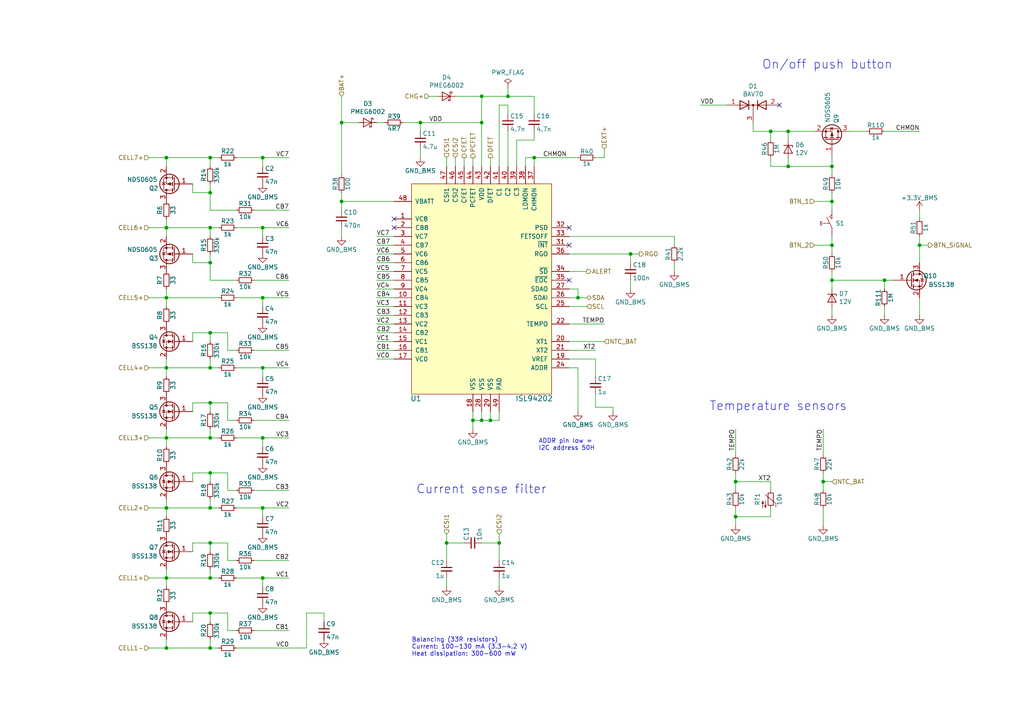
<source format=kicad_sch>
(kicad_sch (version 20250114) (generator "eeschema") (generator_version "9.0")
  (paper "A4")
  (lib_symbols
    (symbol "Diode:BAV70" (pin_names (hide yes))
      (property "Reference" "D" (at 0.635 -2.54 0))
      (property "Value" "BAV70" (at 0 2.54 0))
      (symbol "BAV70_0_1"
        (pin passive line (at -7.62 0 0) (length 3.81) (name "A") (number "1"))
        (pin passive line (at 0 -5.08 90) (length 2.54) (name "K") (number "3"))
        (pin passive line (at 7.62 0 180) (length 3.81) (name "A") (number "2"))
      )
    )
    (symbol "Project:C" (pin_numbers (hide yes)) (pin_names (offset 0.254) (hide yes))
      (property "Reference" "C" (at 0.635 1.905 0))
      (property "Value" "C" (at 0.635 -1.905 0))
      (symbol "C_1_1"
        (pin passive line (at 0 2.54 270) (length 1.905) (name "~") (number "1"))
        (pin passive line (at 0 -2.54 90) (length 2.032) (name "~") (number "2"))
      )
    )
    (symbol "Project:D_Schottky" (pin_numbers (hide yes)) (pin_names (offset 0.254) (hide yes))
      (property "Reference" "D" (at 0 2.54 0))
      (property "Value" "D_Schottky" (at 0 -2.54 0))
      (symbol "D_Schottky_1_1"
        (pin passive line (at -2.54 0 0) (length 1.27) (name "K") (number "1"))
        (pin passive line (at 2.54 0 180) (length 1.27) (name "A") (number "2"))
      )
    )
    (symbol "Project:D_Zener" (pin_numbers (hide yes)) (pin_names (offset 1.016) (hide yes))
      (property "Reference" "D" (at 0 2.54 0))
      (property "Value" "D_Zener" (at 0 -2.54 0))
      (symbol "D_Zener_1_1"
        (pin passive line (at -2.54 0 0) (length 1.27) (name "K") (number "1"))
        (pin passive line (at 2.54 0 180) (length 1.27) (name "A") (number "2"))
      )
    )
    (symbol "Project:Q_NMOS_GSD" (pin_names (offset 0) (hide yes))
      (property "Reference" "Q" (at 5.08 1.27 0))
      (property "Value" "Q_NMOS_GSD" (at 5.08 -1.27 0))
      (symbol "Q_NMOS_GSD_1_1"
        (pin input line (at -5.08 0 0) (length 5.08) (name "G") (number "1"))
        (pin passive line (at 2.54 5.08 270) (length 2.54) (name "D") (number "3"))
        (pin passive line (at 2.54 -5.08 90) (length 2.54) (name "S") (number "2"))
      )
    )
    (symbol "Project:Q_PMOS_GSD" (pin_names (offset 0) (hide yes))
      (property "Reference" "Q" (at 5.08 1.27 0))
      (property "Value" "Q_PMOS_GSD" (at 5.08 -1.27 0))
      (symbol "Q_PMOS_GSD_1_1"
        (pin input line (at -5.08 0 0) (length 5.08) (name "G") (number "1"))
        (pin passive line (at 2.54 5.08 270) (length 2.54) (name "D") (number "3"))
        (pin passive line (at 2.54 -5.08 90) (length 2.54) (name "S") (number "2"))
      )
    )
    (symbol "Project:R" (pin_numbers (hide yes)) (pin_names (offset 0.254) (hide yes))
      (property "Reference" "R" (at -1.905 0 90))
      (property "Value" "R" (at 1.905 0 90))
      (symbol "R_1_1"
        (pin passive line (at 0 2.54 270) (length 0.762) (name "~") (number "1"))
        (pin passive line (at 0 -2.54 90) (length 0.762) (name "~") (number "2"))
      )
    )
    (symbol "Project:R_NTC" (pin_numbers (hide yes)) (pin_names (offset 0))
      (property "Reference" "RT" (at -3.81 0 90))
      (property "Value" "R_NTC" (at 2.54 0 90))
      (symbol "R_NTC_1_1"
        (pin passive line (at 0 2.54 270) (length 0.762) (name "~") (number "1"))
        (pin passive line (at 0 -2.54 90) (length 0.762) (name "~") (number "2"))
      )
    )
    (symbol "Project:SW_PUSH" (pin_numbers (hide yes)) (pin_names (offset 1.016) (hide yes))
      (property "Reference" "S" (at 0 -1.27 0))
      (symbol "SW_PUSH_0_1"
        (pin passive line (at -3.81 0 0) (length 2.54) (name "1") (number "1"))
        (pin passive line (at 3.81 0 180) (length 2.54) (name "2") (number "2"))
      )
    )
    (symbol "bms-8s50-ic-rescue:+3.3V-power" (power) (pin_names (offset 0))
      (property "Value" "power_+3.3V" (at 0 3.556 0))
      (symbol "+3.3V-power_1_1"
        (pin power_in line (at 0 0 90) (length 0) (hide yes) (name "+3V3") (number "1"))
      )
    )
    (symbol "bms-8s50-ic-rescue:GND-power" (power) (pin_names (offset 0))
      (property "Value" "power_GND" (at 0 -3.81 0))
      (symbol "GND-power_1_1"
        (pin power_in line (at 0 0 270) (length 0) (hide yes) (name "GND") (number "1"))
      )
    )
    (symbol "bms-8s50-ic-rescue:ISL94202-LibreSolar" (pin_names (offset 1.016))
      (property "Reference" "U" (at 0 5.08 0))
      (property "Value" "LibreSolar_ISL94202" (at 0 1.27 0))
      (property "Manufacturer" "Renesas" (at 0 0 0))
      (symbol "ISL94202-LibreSolar_1_1"
        (pin input line (at -25.4 20.32 0) (length 5.08) (name "VBATT") (number "48"))
        (pin input line (at -25.4 15.24 0) (length 5.08) (name "VC8") (number "1"))
        (pin output line (at -25.4 12.7 0) (length 5.08) (name "CB8") (number "2"))
        (pin input line (at -25.4 10.16 0) (length 5.08) (name "VC7") (number "3"))
        (pin output line (at -25.4 7.62 0) (length 5.08) (name "CB7") (number "4"))
        (pin input line (at -25.4 5.08 0) (length 5.08) (name "VC6") (number "5"))
        (pin output line (at -25.4 2.54 0) (length 5.08) (name "CB6") (number "6"))
        (pin input line (at -25.4 0 0) (length 5.08) (name "VC5") (number "7"))
        (pin output line (at -25.4 -2.54 0) (length 5.08) (name "CB5") (number "8"))
        (pin input line (at -25.4 -5.08 0) (length 5.08) (name "VC4") (number "9"))
        (pin output line (at -25.4 -7.62 0) (length 5.08) (name "CB4") (number "10"))
        (pin input line (at -25.4 -10.16 0) (length 5.08) (name "VC3") (number "11"))
        (pin output line (at -25.4 -12.7 0) (length 5.08) (name "CB3") (number "12"))
        (pin input line (at -25.4 -15.24 0) (length 5.08) (name "VC2") (number "13"))
        (pin output line (at -25.4 -17.78 0) (length 5.08) (name "CB2") (number "14"))
        (pin input line (at -25.4 -20.32 0) (length 5.08) (name "VC1") (number "15"))
        (pin output line (at -25.4 -22.86 0) (length 5.08) (name "CB1") (number "16"))
        (pin input line (at -25.4 -25.4 0) (length 5.08) (name "VC0") (number "17"))
        (pin no_connect line (at -25.4 -30.48 0) (length 5.08) (hide yes) (name "DNC") (number "23"))
        (pin no_connect line (at -25.4 -33.02 0) (length 5.08) (hide yes) (name "DNC") (number "30"))
        (pin input line (at -10.16 30.48 270) (length 5.08) (name "CSI1") (number "47"))
        (pin input line (at -7.62 30.48 270) (length 5.08) (name "CSI2") (number "46"))
        (pin power_out line (at -5.08 30.48 270) (length 5.08) (name "CFET") (number "45"))
        (pin power_out line (at -2.54 30.48 270) (length 5.08) (name "PCFET") (number "44"))
        (pin power_in line (at -2.54 -40.64 90) (length 5.08) (name "VSS") (number "18"))
        (pin power_in line (at 0 30.48 270) (length 5.08) (name "VDD") (number "43"))
        (pin power_in line (at 0 -40.64 90) (length 5.08) (name "VSS") (number "28"))
        (pin power_out line (at 2.54 30.48 270) (length 5.08) (name "DFET") (number "42"))
        (pin power_in line (at 2.54 -40.64 90) (length 5.08) (name "VSS") (number "29"))
        (pin power_out line (at 5.08 30.48 270) (length 5.08) (name "C1") (number "41"))
        (pin power_in line (at 5.08 -40.64 90) (length 5.08) (name "PAD") (number "49"))
        (pin power_out line (at 7.62 30.48 270) (length 5.08) (name "C2") (number "40"))
        (pin power_out line (at 10.16 30.48 270) (length 5.08) (name "C3") (number "39"))
        (pin input line (at 12.7 30.48 270) (length 5.08) (name "LDMON") (number "38"))
        (pin input line (at 15.24 30.48 270) (length 5.08) (name "CHMON") (number "37"))
        (pin output line (at 25.4 12.7 180) (length 5.08) (name "PSD") (number "32"))
        (pin input line (at 25.4 10.16 180) (length 5.08) (name "FETSOFF") (number "33"))
        (pin output line (at 25.4 7.62 180) (length 5.08) (name "~{INT}") (number "31"))
        (pin power_out line (at 25.4 5.08 180) (length 5.08) (name "RGO") (number "36"))
        (pin output line (at 25.4 0 180) (length 5.08) (name "~{SD}") (number "34"))
        (pin output line (at 25.4 -2.54 180) (length 5.08) (name "~{EOC}") (number "35"))
        (pin output line (at 25.4 -5.08 180) (length 5.08) (name "SDAO") (number "27"))
        (pin input line (at 25.4 -7.62 180) (length 5.08) (name "SDAI") (number "26"))
        (pin input line (at 25.4 -10.16 180) (length 5.08) (name "SCL") (number "25"))
        (pin output line (at 25.4 -15.24 180) (length 5.08) (name "TEMPO") (number "22"))
        (pin input line (at 25.4 -20.32 180) (length 5.08) (name "XT1") (number "20"))
        (pin input line (at 25.4 -22.86 180) (length 5.08) (name "XT2") (number "21"))
        (pin power_out line (at 25.4 -25.4 180) (length 5.08) (name "VREF") (number "19"))
        (pin input line (at 25.4 -27.94 180) (length 5.08) (name "ADDR") (number "24"))
      )
      (symbol "ISL94202-LibreSolar_1_2"
        (pin input line (at -22.86 -2.54 0) (length 7.62) (name "VC8") (number "1"))
        (pin output line (at -22.86 -5.08 0) (length 7.62) (name "CB8") (number "2"))
        (pin output line (at -22.86 -7.62 0) (length 7.62) (name "~") (number "~"))
        (pin output line (at -22.86 -10.16 0) (length 7.62) (name "~") (number "~"))
        (pin output line (at -22.86 -12.7 0) (length 7.62) (name "~") (number "~"))
        (pin output line (at -22.86 -15.24 0) (length 7.62) (name "~") (number "~"))
        (pin output line (at -22.86 -17.78 0) (length 7.62) (name "~") (number "~"))
        (pin output line (at -22.86 -20.32 0) (length 7.62) (name "~") (number "~"))
        (pin output line (at -22.86 -22.86 0) (length 7.62) (name "~") (number "~"))
        (pin output line (at -22.86 -25.4 0) (length 7.62) (name "~") (number "~"))
        (pin output line (at -22.86 -27.94 0) (length 7.62) (name "~") (number "~"))
        (pin output line (at -22.86 -30.48 0) (length 7.62) (name "~") (number "~"))
        (pin input line (at -13.97 27.94 270) (length 7.62) (name "VBATT") (number "48"))
        (pin input line (at -13.97 -27.94 90) (length 7.62) (name "VC2") (number "13"))
        (pin input line (at -11.43 27.94 270) (length 7.62) (name "CSI1") (number "47"))
        (pin output line (at -11.43 -27.94 90) (length 7.62) (name "CB2") (number "14"))
        (pin input line (at -8.89 27.94 270) (length 7.62) (name "CSI2") (number "46"))
        (pin input line (at -8.89 -27.94 90) (length 7.62) (name "VC1") (number "15"))
        (pin power_out line (at -6.35 27.94 270) (length 7.62) (name "CFET") (number "45"))
        (pin output line (at -6.35 -27.94 90) (length 7.62) (name "CB1") (number "16"))
        (pin power_out line (at -3.81 27.94 270) (length 7.62) (name "PCFET") (number "44"))
        (pin input line (at -3.81 -27.94 90) (length 7.62) (name "VC0") (number "17"))
        (pin power_in line (at -1.27 27.94 270) (length 7.62) (name "Vdd") (number "43"))
        (pin power_in line (at -1.27 -27.94 90) (length 7.62) (name "Vss") (number "18"))
        (pin power_out line (at 1.27 27.94 270) (length 7.62) (name "DFET") (number "42"))
        (pin power_out line (at 1.27 -27.94 90) (length 7.62) (name "Vref") (number "~"))
        (pin power_out line (at 3.81 27.94 270) (length 7.62) (name "C1") (number "41"))
        (pin input line (at 3.81 -27.94 90) (length 7.62) (name "XT1") (number "20"))
        (pin power_out line (at 6.35 27.94 270) (length 7.62) (name "C2") (number "40"))
        (pin input line (at 6.35 -27.94 90) (length 7.62) (name "XT2") (number "21"))
        (pin power_out line (at 8.89 27.94 270) (length 7.62) (name "C3") (number "39"))
        (pin output line (at 8.89 -27.94 90) (length 7.62) (name "TEMPO") (number "22"))
        (pin input line (at 11.43 27.94 270) (length 7.62) (name "LDMON") (number "38"))
        (pin no_connect line (at 11.43 -27.94 90) (length 7.62) (name "DNC") (number "23"))
        (pin input line (at 13.97 27.94 270) (length 7.62) (name "CHMON") (number "37"))
        (pin input line (at 13.97 -27.94 90) (length 7.62) (name "ADDR") (number "24"))
        (pin power_out line (at 26.67 13.97 180) (length 7.62) (name "RGO") (number "36"))
        (pin output line (at 26.67 11.43 180) (length 7.62) (name "EOC") (number "35"))
        (pin output line (at 26.67 8.89 180) (length 7.62) (name "SD") (number "34"))
        (pin input line (at 26.67 6.35 180) (length 7.62) (name "FETSOFF") (number "33"))
        (pin output line (at 26.67 3.81 180) (length 7.62) (name "PSD") (number "32"))
        (pin output line (at 26.67 1.27 180) (length 7.62) (name "INT") (number "31"))
        (pin no_connect line (at 26.67 -1.27 180) (length 7.62) (name "DNC") (number "30"))
        (pin power_in line (at 26.67 -3.81 180) (length 7.62) (name "Vss") (number "29"))
        (pin power_in line (at 26.67 -6.35 180) (length 7.62) (name "Vss") (number "28"))
        (pin output line (at 26.67 -8.89 180) (length 7.62) (name "SDAO") (number "27"))
        (pin input line (at 26.67 -11.43 180) (length 7.62) (name "SDAI") (number "26"))
        (pin input line (at 26.67 -13.97 180) (length 7.62) (name "SCL") (number "25"))
        (pin power_in line (at 27.94 -19.05 180) (length 7.62) (name "PAD") (number "PAD"))
      )
    )
    (symbol "bms-8s50-ic-rescue:PWR_FLAG-power" (power) (pin_numbers (hide yes)) (pin_names (offset 0) (hide yes))
      (property "Value" "power_PWR_FLAG" (at 0 3.81 0))
      (symbol "PWR_FLAG-power_0_0"
        (pin power_out line (at 0 0 90) (length 0) (name "pwr") (number "1"))
      )
    )
    (symbol "power:GND" (power) (pin_numbers (hide yes)) (pin_names (offset 0) (hide yes))
      (property "Value" "GND" (at 0 -3.81 0))
      (symbol "GND_1_1"
        (pin power_in line (at 0 0 270) (length 0) (name "~") (number "1"))
      )
    )
  )
  (text "Balancing (33R resistors)\nCurrent: 100-130 mA (3.3-4.2 V)\nHeat dissipation: 300-600 mW" (at 119.38 190.5 0) (effects (font (size 1.27 1.27)) (justify left bottom)))
  (text "On/off push button" (at 220.98 20.32 0) (effects (font (size 2.54 2.54)) (justify left bottom)))
  (text "ADDR pin low =\nI2C address 50H" (at 156.21 130.81 0) (effects (font (size 1.27 1.27)) (justify left bottom)))
  (text "Temperature sensors" (at 205.74 119.38 0) (effects (font (size 2.54 2.54)) (justify left bottom)))
  (text "Current sense filter" (at 120.65 143.51 0) (effects (font (size 2.54 2.54)) (justify left bottom)))
  (junction (at 99.06 58.42))
  (junction (at 213.36 149.86))
  (junction (at 129.54 157.48))
  (junction (at 241.3 71.12))
  (junction (at 60.96 45.72))
  (junction (at 60.96 167.64))
  (junction (at 238.76 139.7))
  (junction (at 137.16 121.92))
  (junction (at 182.88 73.66))
  (junction (at 121.92 35.56))
  (junction (at 139.7 35.56))
  (junction (at 60.96 116.84))
  (junction (at 256.54 81.28))
  (junction (at 142.24 121.92))
  (junction (at 48.26 187.96))
  (junction (at 60.96 137.16))
  (junction (at 60.96 55.88))
  (junction (at 60.96 157.48))
  (junction (at 228.6 48.26))
  (junction (at 48.26 167.64))
  (junction (at 76.2 106.68))
  (junction (at 76.2 86.36))
  (junction (at 48.26 45.72))
  (junction (at 48.26 127))
  (junction (at 60.96 76.2))
  (junction (at 60.96 96.52))
  (junction (at 139.7 27.94))
  (junction (at 60.96 177.8))
  (junction (at 48.26 147.32))
  (junction (at 76.2 147.32))
  (junction (at 60.96 66.04))
  (junction (at 60.96 147.32))
  (junction (at 99.06 35.56))
  (junction (at 241.3 81.28))
  (junction (at 147.32 27.94))
  (junction (at 48.26 66.04))
  (junction (at 48.26 106.68))
  (junction (at 266.7 71.12))
  (junction (at 76.2 167.64))
  (junction (at 60.96 187.96))
  (junction (at 241.3 58.42))
  (junction (at 76.2 66.04))
  (junction (at 213.36 139.7))
  (junction (at 76.2 45.72))
  (junction (at 139.7 121.92))
  (junction (at 167.64 86.36))
  (junction (at 48.26 86.36))
  (junction (at 228.6 38.1))
  (junction (at 76.2 127))
  (junction (at 154.94 45.72))
  (junction (at 60.96 106.68))
  (junction (at 144.78 157.48))
  (junction (at 223.52 38.1))
  (junction (at 60.96 127))
  (junction (at 241.3 48.26))
  (no_connect (at 114.3 63.5))
  (no_connect (at 165.1 66.04))
  (no_connect (at 226.06 30.48))
  (no_connect (at 114.3 66.04))
  (no_connect (at 165.1 71.12))
  (no_connect (at 165.1 81.28))
  (wire (pts (xy 104.14 35.56) (xy 99.06 35.56)))
  (wire (pts (xy 68.58 45.72) (xy 76.2 45.72)))
  (wire (pts (xy 172.72 118.11) (xy 172.72 114.3)))
  (wire (pts (xy 66.04 121.92) (xy 68.58 121.92)))
  (wire (pts (xy 129.54 167.64) (xy 129.54 170.18)))
  (wire (pts (xy 48.26 106.68) (xy 48.26 109.22)))
  (wire (pts (xy 43.18 106.68) (xy 48.26 106.68)))
  (wire (pts (xy 266.7 60.96) (xy 266.7 63.5)))
  (wire (pts (xy 76.2 149.86) (xy 76.2 147.32)))
  (wire (pts (xy 241.3 83.82) (xy 241.3 81.28)))
  (wire (pts (xy 66.04 182.88) (xy 68.58 182.88)))
  (wire (pts (xy 144.78 121.92) (xy 144.78 119.38)))
  (wire (pts (xy 48.26 63.5) (xy 48.26 66.04)))
  (wire (pts (xy 241.3 58.42) (xy 236.22 58.42)))
  (wire (pts (xy 142.24 45.72) (xy 142.24 48.26)))
  (wire (pts (xy 213.36 137.16) (xy 213.36 139.7)))
  (wire (pts (xy 66.04 157.48) (xy 66.04 162.56)))
  (wire (pts (xy 55.88 96.52) (xy 60.96 96.52)))
  (wire (pts (xy 256.54 38.1) (xy 266.7 38.1)))
  (wire (pts (xy 142.24 121.92) (xy 144.78 121.92)))
  (wire (pts (xy 55.88 177.8) (xy 60.96 177.8)))
  (wire (pts (xy 167.64 86.36) (xy 165.1 86.36)))
  (wire (pts (xy 43.18 187.96) (xy 48.26 187.96)))
  (wire (pts (xy 60.96 137.16) (xy 66.04 137.16)))
  (wire (pts (xy 60.96 48.26) (xy 60.96 45.72)))
  (wire (pts (xy 137.16 45.72) (xy 137.16 48.26)))
  (wire (pts (xy 68.58 86.36) (xy 76.2 86.36)))
  (wire (pts (xy 48.26 66.04) (xy 48.26 68.58)))
  (wire (pts (xy 48.26 83.82) (xy 48.26 86.36)))
  (wire (pts (xy 147.32 27.94) (xy 147.32 25.4)))
  (wire (pts (xy 213.36 147.32) (xy 213.36 149.86)))
  (wire (pts (xy 99.06 35.56) (xy 99.06 50.8)))
  (wire (pts (xy 60.96 96.52) (xy 60.96 99.06)))
  (wire (pts (xy 246.38 38.1) (xy 251.46 38.1)))
  (wire (pts (xy 68.58 127) (xy 76.2 127)))
  (wire (pts (xy 154.94 45.72) (xy 167.64 45.72)))
  (wire (pts (xy 48.26 124.46) (xy 48.26 127)))
  (wire (pts (xy 238.76 139.7) (xy 238.76 142.24)))
  (wire (pts (xy 241.3 81.28) (xy 256.54 81.28)))
  (wire (pts (xy 165.1 73.66) (xy 182.88 73.66)))
  (wire (pts (xy 60.96 144.78) (xy 60.96 147.32)))
  (wire (pts (xy 60.96 165.1) (xy 60.96 167.64)))
  (wire (pts (xy 170.18 86.36) (xy 167.64 86.36)))
  (wire (pts (xy 55.88 157.48) (xy 60.96 157.48)))
  (wire (pts (xy 147.32 38.1) (xy 147.32 48.26)))
  (wire (pts (xy 129.54 45.72) (xy 129.54 48.26)))
  (wire (pts (xy 76.2 106.68) (xy 76.2 109.22)))
  (wire (pts (xy 139.7 157.48) (xy 144.78 157.48)))
  (wire (pts (xy 66.04 142.24) (xy 68.58 142.24)))
  (wire (pts (xy 266.7 71.12) (xy 266.7 76.2)))
  (wire (pts (xy 241.3 71.12) (xy 241.3 73.66)))
  (wire (pts (xy 60.96 116.84) (xy 66.04 116.84)))
  (wire (pts (xy 149.86 40.64) (xy 149.86 48.26)))
  (wire (pts (xy 139.7 27.94) (xy 139.7 35.56)))
  (wire (pts (xy 132.08 27.94) (xy 139.7 27.94)))
  (wire (pts (xy 213.36 124.46) (xy 213.36 132.08)))
  (wire (pts (xy 60.96 81.28) (xy 68.58 81.28)))
  (wire (pts (xy 139.7 35.56) (xy 139.7 48.26)))
  (wire (pts (xy 147.32 30.48) (xy 144.78 30.48)))
  (wire (pts (xy 66.04 137.16) (xy 66.04 142.24)))
  (wire (pts (xy 114.3 78.74) (xy 109.22 78.74)))
  (wire (pts (xy 76.2 127) (xy 83.82 127)))
  (wire (pts (xy 114.3 93.98) (xy 109.22 93.98)))
  (wire (pts (xy 228.6 48.26) (xy 241.3 48.26)))
  (wire (pts (xy 48.26 86.36) (xy 63.5 86.36)))
  (wire (pts (xy 238.76 139.7) (xy 241.3 139.7)))
  (wire (pts (xy 121.92 35.56) (xy 139.7 35.56)))
  (wire (pts (xy 203.2 30.48) (xy 210.82 30.48)))
  (wire (pts (xy 142.24 121.92) (xy 142.24 119.38)))
  (wire (pts (xy 241.3 48.26) (xy 241.3 45.72)))
  (wire (pts (xy 129.54 154.94) (xy 129.54 157.48)))
  (wire (pts (xy 48.26 187.96) (xy 60.96 187.96)))
  (wire (pts (xy 76.2 170.18) (xy 76.2 167.64)))
  (wire (pts (xy 73.66 60.96) (xy 83.82 60.96)))
  (wire (pts (xy 165.1 88.9) (xy 170.18 88.9)))
  (wire (pts (xy 165.1 106.68) (xy 167.64 106.68)))
  (wire (pts (xy 60.96 157.48) (xy 66.04 157.48)))
  (wire (pts (xy 213.36 142.24) (xy 213.36 139.7)))
  (wire (pts (xy 165.1 68.58) (xy 195.58 68.58)))
  (wire (pts (xy 121.92 43.18) (xy 121.92 45.72)))
  (wire (pts (xy 132.08 45.72) (xy 132.08 48.26)))
  (wire (pts (xy 48.26 147.32) (xy 48.26 149.86)))
  (wire (pts (xy 114.3 99.06) (xy 109.22 99.06)))
  (wire (pts (xy 238.76 147.32) (xy 238.76 152.4)))
  (wire (pts (xy 76.2 66.04) (xy 76.2 68.58)))
  (wire (pts (xy 137.16 119.38) (xy 137.16 121.92)))
  (wire (pts (xy 172.72 104.14) (xy 172.72 109.22)))
  (wire (pts (xy 88.9 177.8) (xy 88.9 187.96)))
  (wire (pts (xy 60.96 177.8) (xy 60.96 180.34)))
  (wire (pts (xy 60.96 53.34) (xy 60.96 55.88)))
  (wire (pts (xy 60.96 167.64) (xy 63.5 167.64)))
  (wire (pts (xy 76.2 127) (xy 76.2 129.54)))
  (wire (pts (xy 121.92 38.1) (xy 121.92 35.56)))
  (wire (pts (xy 223.52 45.72) (xy 223.52 48.26)))
  (wire (pts (xy 93.98 177.8) (xy 88.9 177.8)))
  (wire (pts (xy 182.88 83.82) (xy 182.88 81.28)))
  (wire (pts (xy 99.06 55.88) (xy 99.06 58.42)))
  (wire (pts (xy 76.2 66.04) (xy 83.82 66.04)))
  (wire (pts (xy 152.4 45.72) (xy 154.94 45.72)))
  (wire (pts (xy 55.88 55.88) (xy 55.88 53.34)))
  (wire (pts (xy 165.1 78.74) (xy 170.18 78.74)))
  (wire (pts (xy 76.2 106.68) (xy 83.82 106.68)))
  (wire (pts (xy 154.94 38.1) (xy 154.94 40.64)))
  (wire (pts (xy 177.8 118.11) (xy 177.8 119.38)))
  (wire (pts (xy 129.54 157.48) (xy 134.62 157.48)))
  (wire (pts (xy 48.26 167.64) (xy 48.26 170.18)))
  (wire (pts (xy 76.2 86.36) (xy 83.82 86.36)))
  (wire (pts (xy 182.88 73.66) (xy 182.88 76.2)))
  (wire (pts (xy 48.26 147.32) (xy 60.96 147.32)))
  (wire (pts (xy 68.58 167.64) (xy 76.2 167.64)))
  (wire (pts (xy 241.3 71.12) (xy 236.22 71.12)))
  (wire (pts (xy 73.66 182.88) (xy 83.82 182.88)))
  (wire (pts (xy 66.04 116.84) (xy 66.04 121.92)))
  (wire (pts (xy 195.58 68.58) (xy 195.58 71.12)))
  (wire (pts (xy 137.16 121.92) (xy 139.7 121.92)))
  (wire (pts (xy 48.26 165.1) (xy 48.26 167.64)))
  (wire (pts (xy 114.3 101.6) (xy 109.22 101.6)))
  (wire (pts (xy 48.26 167.64) (xy 60.96 167.64)))
  (wire (pts (xy 167.64 106.68) (xy 167.64 119.38)))
  (wire (pts (xy 114.3 71.12) (xy 109.22 71.12)))
  (wire (pts (xy 147.32 27.94) (xy 139.7 27.94)))
  (wire (pts (xy 48.26 185.42) (xy 48.26 187.96)))
  (wire (pts (xy 228.6 45.72) (xy 228.6 48.26)))
  (wire (pts (xy 269.24 71.12) (xy 266.7 71.12)))
  (wire (pts (xy 55.88 180.34) (xy 55.88 177.8)))
  (wire (pts (xy 60.96 157.48) (xy 60.96 160.02)))
  (wire (pts (xy 137.16 121.92) (xy 137.16 124.46)))
  (wire (pts (xy 144.78 167.64) (xy 144.78 170.18)))
  (wire (pts (xy 241.3 55.88) (xy 241.3 58.42)))
  (wire (pts (xy 55.88 137.16) (xy 60.96 137.16)))
  (wire (pts (xy 60.96 106.68) (xy 63.5 106.68)))
  (wire (pts (xy 241.3 58.42) (xy 241.3 60.96)))
  (wire (pts (xy 114.3 88.9) (xy 109.22 88.9)))
  (wire (pts (xy 165.1 101.6) (xy 172.72 101.6)))
  (wire (pts (xy 109.22 35.56) (xy 111.76 35.56)))
  (wire (pts (xy 129.54 157.48) (xy 129.54 162.56)))
  (wire (pts (xy 48.26 86.36) (xy 48.26 88.9)))
  (wire (pts (xy 60.96 73.66) (xy 60.96 76.2)))
  (wire (pts (xy 93.98 180.34) (xy 93.98 177.8)))
  (wire (pts (xy 76.2 86.36) (xy 76.2 88.9)))
  (wire (pts (xy 241.3 68.58) (xy 241.3 71.12)))
  (wire (pts (xy 76.2 45.72) (xy 83.82 45.72)))
  (wire (pts (xy 48.26 106.68) (xy 60.96 106.68)))
  (wire (pts (xy 167.64 83.82) (xy 167.64 86.36)))
  (wire (pts (xy 60.96 68.58) (xy 60.96 66.04)))
  (wire (pts (xy 266.7 86.36) (xy 266.7 91.44)))
  (wire (pts (xy 165.1 104.14) (xy 172.72 104.14)))
  (wire (pts (xy 109.22 104.14) (xy 114.3 104.14)))
  (wire (pts (xy 134.62 45.72) (xy 134.62 48.26)))
  (wire (pts (xy 55.88 139.7) (xy 55.88 137.16)))
  (wire (pts (xy 114.3 91.44) (xy 109.22 91.44)))
  (wire (pts (xy 228.6 40.64) (xy 228.6 38.1)))
  (wire (pts (xy 238.76 124.46) (xy 238.76 132.08)))
  (wire (pts (xy 99.06 58.42) (xy 99.06 60.96)))
  (wire (pts (xy 154.94 33.02) (xy 154.94 27.94)))
  (wire (pts (xy 223.52 48.26) (xy 228.6 48.26)))
  (wire (pts (xy 60.96 137.16) (xy 60.96 139.7)))
  (wire (pts (xy 66.04 101.6) (xy 68.58 101.6)))
  (wire (pts (xy 60.96 185.42) (xy 60.96 187.96)))
  (wire (pts (xy 48.26 127) (xy 60.96 127)))
  (wire (pts (xy 256.54 81.28) (xy 259.08 81.28)))
  (wire (pts (xy 218.44 38.1) (xy 223.52 38.1)))
  (wire (pts (xy 60.96 66.04) (xy 63.5 66.04)))
  (wire (pts (xy 175.26 45.72) (xy 175.26 43.18)))
  (wire (pts (xy 43.18 127) (xy 48.26 127)))
  (wire (pts (xy 73.66 81.28) (xy 83.82 81.28)))
  (wire (pts (xy 48.26 45.72) (xy 48.26 48.26)))
  (wire (pts (xy 241.3 78.74) (xy 241.3 81.28)))
  (wire (pts (xy 99.06 66.04) (xy 99.06 68.58)))
  (wire (pts (xy 144.78 157.48) (xy 144.78 162.56)))
  (wire (pts (xy 99.06 58.42) (xy 114.3 58.42)))
  (wire (pts (xy 241.3 88.9) (xy 241.3 91.44)))
  (wire (pts (xy 127 27.94) (xy 124.46 27.94)))
  (wire (pts (xy 60.96 127) (xy 63.5 127)))
  (wire (pts (xy 172.72 45.72) (xy 175.26 45.72)))
  (wire (pts (xy 213.36 149.86) (xy 213.36 152.4)))
  (wire (pts (xy 60.96 147.32) (xy 63.5 147.32)))
  (wire (pts (xy 55.88 160.02) (xy 55.88 157.48)))
  (wire (pts (xy 223.52 142.24) (xy 223.52 139.7)))
  (wire (pts (xy 66.04 177.8) (xy 66.04 182.88)))
  (wire (pts (xy 139.7 121.92) (xy 139.7 119.38)))
  (wire (pts (xy 213.36 149.86) (xy 223.52 149.86)))
  (wire (pts (xy 218.44 35.56) (xy 218.44 38.1)))
  (wire (pts (xy 48.26 45.72) (xy 60.96 45.72)))
  (wire (pts (xy 223.52 40.64) (xy 223.52 38.1)))
  (wire (pts (xy 76.2 167.64) (xy 83.82 167.64)))
  (wire (pts (xy 236.22 38.1) (xy 228.6 38.1)))
  (wire (pts (xy 114.3 96.52) (xy 109.22 96.52)))
  (wire (pts (xy 55.88 76.2) (xy 55.88 73.66)))
  (wire (pts (xy 48.26 144.78) (xy 48.26 147.32)))
  (wire (pts (xy 165.1 93.98) (xy 175.26 93.98)))
  (wire (pts (xy 165.1 99.06) (xy 175.26 99.06)))
  (wire (pts (xy 73.66 101.6) (xy 83.82 101.6)))
  (wire (pts (xy 60.96 55.88) (xy 60.96 60.96)))
  (wire (pts (xy 60.96 124.46) (xy 60.96 127)))
  (wire (pts (xy 165.1 83.82) (xy 167.64 83.82)))
  (wire (pts (xy 48.26 104.14) (xy 48.26 106.68)))
  (wire (pts (xy 154.94 40.64) (xy 149.86 40.64)))
  (wire (pts (xy 68.58 187.96) (xy 88.9 187.96)))
  (wire (pts (xy 48.26 127) (xy 48.26 129.54)))
  (wire (pts (xy 109.22 86.36) (xy 114.3 86.36)))
  (wire (pts (xy 68.58 106.68) (xy 76.2 106.68)))
  (wire (pts (xy 223.52 149.86) (xy 223.52 147.32)))
  (wire (pts (xy 256.54 81.28) (xy 256.54 83.82)))
  (wire (pts (xy 60.96 104.14) (xy 60.96 106.68)))
  (wire (pts (xy 73.66 142.24) (xy 83.82 142.24)))
  (wire (pts (xy 68.58 66.04) (xy 76.2 66.04)))
  (wire (pts (xy 43.18 86.36) (xy 48.26 86.36)))
  (wire (pts (xy 116.84 35.56) (xy 121.92 35.56)))
  (wire (pts (xy 60.96 55.88) (xy 55.88 55.88)))
  (wire (pts (xy 228.6 38.1) (xy 223.52 38.1)))
  (wire (pts (xy 223.52 139.7) (xy 213.36 139.7)))
  (wire (pts (xy 147.32 33.02) (xy 147.32 30.48)))
  (wire (pts (xy 99.06 27.94) (xy 99.06 35.56)))
  (wire (pts (xy 66.04 96.52) (xy 66.04 101.6)))
  (wire (pts (xy 185.42 73.66) (xy 182.88 73.66)))
  (wire (pts (xy 60.96 96.52) (xy 66.04 96.52)))
  (wire (pts (xy 73.66 162.56) (xy 83.82 162.56)))
  (wire (pts (xy 43.18 167.64) (xy 48.26 167.64)))
  (wire (pts (xy 241.3 48.26) (xy 241.3 50.8)))
  (wire (pts (xy 154.94 45.72) (xy 154.94 48.26)))
  (wire (pts (xy 238.76 137.16) (xy 238.76 139.7)))
  (wire (pts (xy 60.96 76.2) (xy 60.96 81.28)))
  (wire (pts (xy 55.88 99.06) (xy 55.88 96.52)))
  (wire (pts (xy 43.18 147.32) (xy 48.26 147.32)))
  (wire (pts (xy 60.96 45.72) (xy 63.5 45.72)))
  (wire (pts (xy 60.96 76.2) (xy 55.88 76.2)))
  (wire (pts (xy 68.58 147.32) (xy 76.2 147.32)))
  (wire (pts (xy 73.66 121.92) (xy 83.82 121.92)))
  (wire (pts (xy 152.4 48.26) (xy 152.4 45.72)))
  (wire (pts (xy 256.54 88.9) (xy 256.54 91.44)))
  (wire (pts (xy 60.96 116.84) (xy 60.96 119.38)))
  (wire (pts (xy 60.96 60.96) (xy 68.58 60.96)))
  (wire (pts (xy 43.18 45.72) (xy 48.26 45.72)))
  (wire (pts (xy 114.3 81.28) (xy 109.22 81.28)))
  (wire (pts (xy 154.94 27.94) (xy 147.32 27.94)))
  (wire (pts (xy 114.3 68.58) (xy 109.22 68.58)))
  (wire (pts (xy 66.04 162.56) (xy 68.58 162.56)))
  (wire (pts (xy 114.3 76.2) (xy 109.22 76.2)))
  (wire (pts (xy 144.78 30.48) (xy 144.78 48.26)))
  (wire (pts (xy 55.88 116.84) (xy 60.96 116.84)))
  (wire (pts (xy 177.8 118.11) (xy 172.72 118.11)))
  (wire (pts (xy 114.3 83.82) (xy 109.22 83.82)))
  (wire (pts (xy 195.58 76.2) (xy 195.58 78.74)))
  (wire (pts (xy 55.88 119.38) (xy 55.88 116.84)))
  (wire (pts (xy 114.3 73.66) (xy 109.22 73.66)))
  (wire (pts (xy 48.26 66.04) (xy 60.96 66.04)))
  (wire (pts (xy 60.96 187.96) (xy 63.5 187.96)))
  (wire (pts (xy 60.96 177.8) (xy 66.04 177.8)))
  (wire (pts (xy 76.2 147.32) (xy 83.82 147.32)))
  (wire (pts (xy 76.2 45.72) (xy 76.2 48.26)))
  (wire (pts (xy 43.18 66.04) (xy 48.26 66.04)))
  (wire (pts (xy 144.78 154.94) (xy 144.78 157.48)))
  (wire (pts (xy 266.7 68.58) (xy 266.7 71.12)))
  (wire (pts (xy 139.7 121.92) (xy 142.24 121.92)))
  (label "XT2" (at 223.52 139.7 180))
  (label "CB1" (at 109.22 101.6 0))
  (label "CB6" (at 109.22 76.2 0))
  (label "VC1" (at 83.82 167.64 180))
  (label "VC3" (at 109.22 88.9 0))
  (label "VC4" (at 109.22 83.82 0))
  (label "CB3" (at 109.22 91.44 0))
  (label "VDD" (at 203.2 30.48 0))
  (label "VC2" (at 109.22 93.98 0))
  (label "VDD" (at 124.46 35.56 0))
  (label "CHMON" (at 266.7 38.1 180))
  (label "VC6" (at 109.22 73.66 0))
  (label "CB7" (at 83.82 60.96 180))
  (label "TEMPO" (at 238.76 124.46 270))
  (label "CB7" (at 109.22 71.12 0))
  (label "VC5" (at 83.82 86.36 180))
  (label "XT2" (at 172.72 101.6 180))
  (label "CHMON" (at 157.48 45.72 0))
  (label "TEMPO" (at 213.36 124.46 270))
  (label "VC7" (at 109.22 68.58 0))
  (label "CB2" (at 83.82 162.56 180))
  (label "VC6" (at 83.82 66.04 180))
  (label "VC7" (at 83.82 45.72 180))
  (label "CB4" (at 83.82 121.92 180))
  (label "VC1" (at 109.22 99.06 0))
  (label "VC0" (at 109.22 104.14 0))
  (label "VC5" (at 109.22 78.74 0))
  (label "CB6" (at 83.82 81.28 180))
  (label "TEMPO" (at 175.26 93.98 180))
  (label "VC0" (at 83.82 187.96 180))
  (label "CB2" (at 109.22 96.52 0))
  (label "VC3" (at 83.82 127 180))
  (label "CB1" (at 83.82 182.88 180))
  (label "CB4" (at 109.22 86.36 0))
  (label "VC4" (at 83.82 106.68 180))
  (label "VC2" (at 83.82 147.32 180))
  (label "CB5" (at 83.82 101.6 180))
  (label "CB5" (at 109.22 81.28 0))
  (label "CB3" (at 83.82 142.24 180))
  (hierarchical_label "BAT+" (shape input) (at 99.06 27.94 90))
  (hierarchical_label "CELL3+" (shape input) (at 43.18 127 180))
  (hierarchical_label "CELL4+" (shape input) (at 43.18 106.68 180))
  (hierarchical_label "RGO" (shape output) (at 185.42 73.66 0))
  (hierarchical_label "NTC_BAT" (shape input) (at 241.3 139.7 0))
  (hierarchical_label "CELL2+" (shape input) (at 43.18 147.32 180))
  (hierarchical_label "SCL" (shape input) (at 170.18 88.9 0))
  (hierarchical_label "CSI1" (shape input) (at 129.54 45.72 90))
  (hierarchical_label "CELL1-" (shape input) (at 43.18 187.96 180))
  (hierarchical_label "CELL5+" (shape input) (at 43.18 86.36 180))
  (hierarchical_label "SDA" (shape bidirectional) (at 170.18 86.36 0))
  (hierarchical_label "EXT+" (shape input) (at 175.26 43.18 90))
  (hierarchical_label "PCFET" (shape output) (at 137.16 45.72 90))
  (hierarchical_label "ALERT" (shape output) (at 170.18 78.74 0))
  (hierarchical_label "CSI2" (shape input) (at 144.78 154.94 90))
  (hierarchical_label "CSI2" (shape input) (at 132.08 45.72 90))
  (hierarchical_label "CELL6+" (shape input) (at 43.18 66.04 180))
  (hierarchical_label "CELL1+" (shape input) (at 43.18 167.64 180))
  (hierarchical_label "CFET" (shape output) (at 134.62 45.72 90))
  (hierarchical_label "CELL7+" (shape input) (at 43.18 45.72 180))
  (hierarchical_label "BTN_SIGNAL" (shape output) (at 269.24 71.12 0))
  (hierarchical_label "BTN_1" (shape input) (at 236.22 58.42 180))
  (hierarchical_label "BTN_2" (shape input) (at 236.22 71.12 180))
  (hierarchical_label "CHG+" (shape input) (at 124.46 27.94 180))
  (hierarchical_label "DFET" (shape output) (at 142.24 45.72 90))
  (hierarchical_label "NTC_BAT" (shape input) (at 175.26 99.06 0))
  (hierarchical_label "CSI1" (shape input) (at 129.54 154.94 90))
  (symbol (lib_id "Project:R") (at 66.04 127 270) (unit 1)
    (property "Reference" "R26" (at 66.04 125.095 90))
    (property "Value" "1k" (at 66.04 128.905 90))
    (property "Footprint" "LibreSolar:R_0603_1608" (effects (hide yes)))
    (property "Manufacturer" "Yageo" (effects (hide yes)))
    (property "PartNumber" "RC0603FR-071KL" (effects (hide yes)))
  )
  (symbol (lib_id "Project:C") (at 76.2 91.44 0) (unit 1)
    (property "Reference" "C4" (at 76.835 89.535 0) (effects (justify left)))
    (property "Value" "47n" (at 76.835 93.345 0) (effects (justify left)))
    (property "Footprint" "LibreSolar:C_0603_1608" (effects (hide yes)))
    (property "Manufacturer" "Yageo" (effects (hide yes)))
    (property "PartNumber" "CC0603KRX7R9BB473" (effects (hide yes)))
  )
  (symbol (lib_id "Project:R") (at 66.04 66.04 270) (unit 1)
    (property "Reference" "R23" (at 66.04 64.135 90))
    (property "Value" "1k" (at 66.04 67.945 90))
    (property "Footprint" "LibreSolar:R_0603_1608" (effects (hide yes)))
    (property "Manufacturer" "Yageo" (effects (hide yes)))
    (property "PartNumber" "RC0603FR-071KL" (effects (hide yes)))
  )
  (symbol (lib_id "Project:R") (at 66.04 45.72 270) (unit 1)
    (property "Reference" "R22" (at 66.04 43.815 90))
    (property "Value" "1k" (at 66.04 47.625 90))
    (property "Footprint" "LibreSolar:R_0603_1608" (effects (hide yes)))
    (property "Manufacturer" "Yageo" (effects (hide yes)))
    (property "PartNumber" "RC0603FR-071KL" (effects (hide yes)))
  )
  (symbol (lib_id "Project:D_Zener") (at 241.3 86.36 270) (unit 1)
    (property "Reference" "D7" (at 243.3066 85.1916 90) (effects (justify left)))
    (property "Value" "12V" (at 243.3066 87.503 90) (effects (justify left)))
    (property "Footprint" "Diode_SMD:D_SOT-23_ANK" (effects (hide yes)))
    (property "Manufacturer" "ON Semiconductor" (effects (hide yes)))
    (property "PartNumber" "SZBZX84C12LT3G" (effects (hide yes)))
    (property "Remarks" "Alternative: Diodes Inc. BZX84C12-7-F" (effects (hide yes)))
  )
  (symbol (lib_id "bms-8s50-ic-rescue:GND-power") (at 76.2 154.94 0) (unit 1)
    (property "Reference" "#PWR015" (effects (hide yes)))
    (property "Value" "GND_BMS" (at 76.2 158.75 0))
  )
  (symbol (lib_id "bms-8s50-ic-rescue:GND-power") (at 76.2 73.66 0) (unit 1)
    (property "Reference" "#PWR011" (effects (hide yes)))
    (property "Value" "GND_BMS" (at 76.2 77.47 0))
  )
  (symbol (lib_id "bms-8s50-ic-rescue:GND-power") (at 213.36 152.4 0) (unit 1)
    (property "Reference" "#PWR027" (effects (hide yes)))
    (property "Value" "GND_BMS" (at 213.36 156.21 0))
  )
  (symbol (lib_id "Project:Q_NMOS_GSD") (at 264.16 81.28 0) (unit 1)
    (property "Reference" "Q10" (at 271.78 80.01 0) (effects (justify right)))
    (property "Value" "BSS138" (at 276.86 82.55 0) (effects (justify right)))
    (property "Footprint" "LibreSolar:SOT-23" (effects (hide yes)))
    (property "Manufacturer" "ON Semiconductor / Fairchild" (effects (hide yes)))
    (property "PartNumber" "BSS138" (effects (hide yes)))
  )
  (symbol (lib_id "Project:R") (at 60.96 142.24 0) (mirror x) (unit 1)
    (property "Reference" "R18" (at 59.055 142.24 90))
    (property "Value" "330k" (at 62.865 142.24 90))
    (property "Footprint" "LibreSolar:R_0603_1608" (effects (hide yes)))
    (property "Manufacturer" "Yageo" (effects (hide yes)))
    (property "PartNumber" "RC0603FR-07330KL" (effects (hide yes)))
  )
  (symbol (lib_id "Project:R") (at 60.96 101.6 0) (mirror x) (unit 1)
    (property "Reference" "R16" (at 59.055 101.6 90))
    (property "Value" "330k" (at 62.865 101.6 90))
    (property "Footprint" "LibreSolar:R_0603_1608" (effects (hide yes)))
    (property "Manufacturer" "Yageo" (effects (hide yes)))
    (property "PartNumber" "RC0603FR-07330KL" (effects (hide yes)))
  )
  (symbol (lib_id "Project:C") (at 76.2 152.4 0) (unit 1)
    (property "Reference" "C7" (at 76.835 150.495 0) (effects (justify left)))
    (property "Value" "47n" (at 76.835 154.305 0) (effects (justify left)))
    (property "Footprint" "LibreSolar:C_0603_1608" (effects (hide yes)))
    (property "Manufacturer" "Yageo" (effects (hide yes)))
    (property "PartNumber" "CC0603KRX7R9BB473" (effects (hide yes)))
  )
  (symbol (lib_id "Project:Q_PMOS_GSD") (at 50.8 73.66 180) (unit 1)
    (property "Reference" "Q3" (at 43.18 74.93 0) (effects (justify right)))
    (property "Value" "NDS0605" (at 36.83 72.39 0) (effects (justify right)))
    (property "Footprint" "LibreSolar:SOT-23" (effects (hide yes)))
    (property "Manufacturer" "ON Semiconductor / Fairchild" (effects (hide yes)))
    (property "PartNumber" "NDS0605" (effects (hide yes)))
  )
  (symbol (lib_id "Project:Q_NMOS_GSD") (at 50.8 180.34 0) (mirror y) (unit 1)
    (property "Reference" "Q8" (at 43.18 179.07 0) (effects (justify right)))
    (property "Value" "BSS138" (at 38.1 181.61 0) (effects (justify right)))
    (property "Footprint" "LibreSolar:SOT-23" (effects (hide yes)))
    (property "PartNumber" "BSS138" (effects (hide yes)))
    (property "Manufacturer" "ON Semiconductor / Fairchild" (effects (hide yes)))
  )
  (symbol (lib_id "bms-8s50-ic-rescue:ISL94202-LibreSolar") (at 139.7 78.74 0) (unit 1)
    (property "Reference" "U1" (at 120.65 115.57 0) (effects (font (size 1.524 1.524))))
    (property "Value" "ISL94202" (at 154.94 115.57 0) (effects (font (size 1.524 1.524))))
    (property "Footprint" "Package_DFN_QFN:QFN-48-1EP_6x6mm_P0.4mm_EP4.3x4.3mm" (effects (hide yes)))
    (property "Manufacturer" "Renesas" (effects (hide yes)))
    (property "PartNumber" "ISL94202IRTZ-T7A" (effects (hide yes)))
  )
  (symbol (lib_id "Project:C") (at 137.16 157.48 90) (unit 1)
    (property "Reference" "C13" (at 135.255 156.845 0) (effects (justify left)))
    (property "Value" "10n" (at 139.065 156.845 0) (effects (justify left)))
    (property "Footprint" "LibreSolar:C_0603_1608" (effects (hide yes)))
  )
  (symbol (lib_id "bms-8s50-ic-rescue:GND-power") (at 76.2 134.62 0) (unit 1)
    (property "Reference" "#PWR014" (effects (hide yes)))
    (property "Value" "GND_BMS" (at 76.2 138.43 0))
  )
  (symbol (lib_id "Project:C") (at 121.92 40.64 0) (unit 1)
    (property "Reference" "C11" (at 122.555 38.735 0) (effects (justify left)))
    (property "Value" "4.7u" (at 122.555 42.545 0) (effects (justify left)))
    (property "Footprint" "LibreSolar:C_1206_3216" (effects (hide yes)))
    (property "Manufacturer" "Murata" (effects (hide yes)))
    (property "PartNumber" "GRM31CR71H475MA12L" (effects (hide yes)))
  )
  (symbol (lib_id "Project:R") (at 71.12 121.92 270) (unit 1)
    (property "Reference" "R34" (at 71.12 120.015 90))
    (property "Value" "10k" (at 71.12 123.825 90))
    (property "Footprint" "LibreSolar:R_0603_1608" (effects (hide yes)))
    (property "Manufacturer" "Yageo" (effects (hide yes)))
    (property "PartNumber" "RC0603FR-0710KL" (effects (hide yes)))
  )
  (symbol (lib_id "Project:R") (at 71.12 142.24 270) (unit 1)
    (property "Reference" "R35" (at 71.12 140.335 90))
    (property "Value" "10k" (at 71.12 144.145 90))
    (property "Footprint" "LibreSolar:R_0603_1608" (effects (hide yes)))
    (property "Manufacturer" "Yageo" (effects (hide yes)))
    (property "PartNumber" "RC0603FR-0710KL" (effects (hide yes)))
  )
  (symbol (lib_id "bms-8s50-ic-rescue:GND-power") (at 167.64 119.38 0) (unit 1)
    (property "Reference" "#PWR023" (effects (hide yes)))
    (property "Value" "GND_BMS" (at 167.64 123.19 0))
  )
  (symbol (lib_id "Project:R") (at 71.12 81.28 270) (unit 1)
    (property "Reference" "R32" (at 71.12 79.375 90))
    (property "Value" "10k" (at 71.12 83.185 90))
    (property "Footprint" "LibreSolar:R_0603_1608" (effects (hide yes)))
    (property "Manufacturer" "Yageo" (effects (hide yes)))
    (property "PartNumber" "RC0603FR-0710KL" (effects (hide yes)))
  )
  (symbol (lib_id "Project:R") (at 66.04 147.32 270) (unit 1)
    (property "Reference" "R27" (at 66.04 145.415 90))
    (property "Value" "1k" (at 66.04 149.225 90))
    (property "Footprint" "LibreSolar:R_0603_1608" (effects (hide yes)))
    (property "Manufacturer" "Yageo" (effects (hide yes)))
    (property "PartNumber" "RC0603FR-071KL" (effects (hide yes)))
  )
  (symbol (lib_id "Project:R") (at 238.76 144.78 0) (mirror x) (unit 1)
    (property "Reference" "R48" (at 236.982 144.78 90))
    (property "Value" "10k" (at 240.538 144.78 90))
    (property "Footprint" "LibreSolar:R_0603_1608" (effects (hide yes)))
    (property "Manufacturer" "Yageo" (effects (hide yes)))
    (property "PartNumber" "RC0603FR-0710KL" (effects (hide yes)))
  )
  (symbol (lib_id "Project:C") (at 147.32 35.56 0) (unit 1)
    (property "Reference" "C15" (at 147.955 33.655 0) (effects (justify left)))
    (property "Value" "4.7n" (at 147.955 37.465 0) (effects (justify left)))
    (property "Footprint" "LibreSolar:C_0603_1608" (effects (hide yes)))
    (property "Manufacturer" "Yageo" (effects (hide yes)))
    (property "PartNumber" "CC0603KRX7R9BB472" (effects (hide yes)))
  )
  (symbol (lib_id "power:GND") (at 241.3 91.44 0) (unit 1)
    (property "Reference" "#PWR0139" (effects (hide yes)))
    (property "Value" "GND_BMS" (at 241.3 95.25 0))
  )
  (symbol (lib_id "Project:R") (at 66.04 167.64 270) (unit 1)
    (property "Reference" "R28" (at 66.04 165.735 90))
    (property "Value" "1k" (at 66.04 169.545 90))
    (property "Footprint" "LibreSolar:R_0603_1608" (effects (hide yes)))
    (property "Manufacturer" "Yageo" (effects (hide yes)))
    (property "PartNumber" "RC0603FR-071KL" (effects (hide yes)))
  )
  (symbol (lib_id "Project:Q_NMOS_GSD") (at 50.8 160.02 0) (mirror y) (unit 1)
    (property "Reference" "Q7" (at 43.18 158.75 0) (effects (justify right)))
    (property "Value" "BSS138" (at 38.1 161.29 0) (effects (justify right)))
    (property "Footprint" "LibreSolar:SOT-23" (effects (hide yes)))
    (property "Manufacturer" "ON Semiconductor / Fairchild" (effects (hide yes)))
    (property "PartNumber" "BSS138" (effects (hide yes)))
  )
  (symbol (lib_id "Project:R") (at 48.26 111.76 0) (mirror x) (unit 1)
    (property "Reference" "R9" (at 46.355 111.76 90))
    (property "Value" "33" (at 50.165 111.76 90))
    (property "Footprint" "LibreSolar:R_2010_5025" (effects (hide yes)))
    (property "Manufacturer" "Yageo" (effects (hide yes)))
    (property "PartNumber" "RC2010JK-0733RL" (effects (hide yes)))
  )
  (symbol (lib_id "Project:R") (at 48.26 172.72 0) (mirror x) (unit 1)
    (property "Reference" "R12" (at 46.355 172.72 90))
    (property "Value" "33" (at 50.165 172.72 90))
    (property "Footprint" "LibreSolar:R_2010_5025" (effects (hide yes)))
    (property "Manufacturer" "Yageo" (effects (hide yes)))
    (property "PartNumber" "RC2010JK-0733RL" (effects (hide yes)))
  )
  (symbol (lib_id "bms-8s50-ic-rescue:GND-power") (at 177.8 119.38 0) (unit 1)
    (property "Reference" "#PWR024" (effects (hide yes)))
    (property "Value" "GND_BMS" (at 177.8 123.19 0))
  )
  (symbol (lib_id "Project:C") (at 76.2 111.76 0) (unit 1)
    (property "Reference" "C5" (at 76.835 109.855 0) (effects (justify left)))
    (property "Value" "47n" (at 76.835 113.665 0) (effects (justify left)))
    (property "Footprint" "LibreSolar:C_0603_1608" (effects (hide yes)))
    (property "Manufacturer" "Yageo" (effects (hide yes)))
    (property "PartNumber" "CC0603KRX7R9BB473" (effects (hide yes)))
  )
  (symbol (lib_id "bms-8s50-ic-rescue:+3.3V-power") (at 266.7 60.96 0) (unit 1)
    (property "Reference" "#PWR031" (effects (hide yes)))
    (property "Value" "+3.3V_BMS" (at 266.7 57.404 0))
  )
  (symbol (lib_id "bms-8s50-ic-rescue:GND-power") (at 76.2 53.34 0) (unit 1)
    (property "Reference" "#PWR010" (effects (hide yes)))
    (property "Value" "GND_BMS" (at 76.2 57.15 0))
  )
  (symbol (lib_id "bms-8s50-ic-rescue:GND-power") (at 76.2 93.98 0) (unit 1)
    (property "Reference" "#PWR012" (effects (hide yes)))
    (property "Value" "GND_BMS" (at 76.2 97.79 0))
  )
  (symbol (lib_id "Project:R") (at 256.54 86.36 0) (mirror x) (unit 1)
    (property "Reference" "R111" (at 254.762 86.36 90))
    (property "Value" "1M" (at 258.318 86.36 90))
    (property "Footprint" "LibreSolar:R_0603_1608" (effects (hide yes)))
    (property "Manufacturer" "Yageo" (effects (hide yes)))
    (property "PartNumber" "RC0603FR-071ML" (effects (hide yes)))
  )
  (symbol (lib_id "Project:C") (at 129.54 165.1 0) (unit 1)
    (property "Reference" "C12" (at 128.905 163.195 0) (effects (justify right)))
    (property "Value" "1u" (at 128.905 167.005 0) (effects (justify right)))
    (property "Footprint" "LibreSolar:C_0603_1608" (effects (hide yes)))
    (property "Manufacturer" "Murata" (effects (hide yes)))
    (property "PartNumber" "GRT188R61H105KE13D" (effects (hide yes)))
    (property "Remarks" "50V, X5R" (effects (hide yes)))
  )
  (symbol (lib_id "Project:R") (at 71.12 162.56 270) (unit 1)
    (property "Reference" "R36" (at 71.12 160.655 90))
    (property "Value" "10k" (at 71.12 164.465 90))
    (property "Footprint" "LibreSolar:R_0603_1608" (effects (hide yes)))
    (property "Manufacturer" "Yageo" (effects (hide yes)))
    (property "PartNumber" "RC0603FR-0710KL" (effects (hide yes)))
  )
  (symbol (lib_id "Project:C") (at 182.88 78.74 0) (unit 1)
    (property "Reference" "C18" (at 183.515 76.835 0) (effects (justify left)))
    (property "Value" "100n" (at 183.515 80.645 0) (effects (justify left)))
    (property "Footprint" "LibreSolar:C_0603_1608" (effects (hide yes)))
    (property "Manufacturer" "Yageo" (effects (hide yes)))
    (property "PartNumber" "CC0603KRX7R9BB104" (effects (hide yes)))
  )
  (symbol (lib_id "Project:R") (at 66.04 187.96 270) (unit 1)
    (property "Reference" "R29" (at 66.04 186.055 90))
    (property "Value" "1k" (at 66.04 189.865 90))
    (property "Footprint" "LibreSolar:R_0603_1608" (effects (hide yes)))
    (property "Manufacturer" "Yageo" (effects (hide yes)))
    (property "PartNumber" "RC0603FR-071KL" (effects (hide yes)))
  )
  (symbol (lib_id "Project:R") (at 48.26 60.96 0) (mirror x) (unit 1)
    (property "Reference" "R6" (at 46.355 60.96 90))
    (property "Value" "33" (at 50.165 60.96 90))
    (property "Footprint" "LibreSolar:R_2010_5025" (effects (hide yes)))
    (property "Manufacturer" "Yageo" (effects (hide yes)))
    (property "PartNumber" "RC2010JK-0733RL" (effects (hide yes)))
  )
  (symbol (lib_id "Project:C") (at 76.2 132.08 0) (unit 1)
    (property "Reference" "C6" (at 76.835 130.175 0) (effects (justify left)))
    (property "Value" "47n" (at 76.835 133.985 0) (effects (justify left)))
    (property "Footprint" "LibreSolar:C_0603_1608" (effects (hide yes)))
    (property "Manufacturer" "Yageo" (effects (hide yes)))
    (property "PartNumber" "CC0603KRX7R9BB473" (effects (hide yes)))
  )
  (symbol (lib_id "Project:R") (at 60.96 50.8 0) (mirror x) (unit 1)
    (property "Reference" "R14" (at 59.055 50.8 90))
    (property "Value" "330k" (at 62.865 50.8 90))
    (property "Footprint" "LibreSolar:R_0603_1608" (effects (hide yes)))
    (property "Manufacturer" "Yageo" (effects (hide yes)))
    (property "PartNumber" "RC0603FR-07330KL" (effects (hide yes)))
  )
  (symbol (lib_id "Project:R") (at 60.96 162.56 0) (mirror x) (unit 1)
    (property "Reference" "R19" (at 59.055 162.56 90))
    (property "Value" "330k" (at 62.865 162.56 90))
    (property "Footprint" "LibreSolar:R_0603_1608" (effects (hide yes)))
    (property "Manufacturer" "Yageo" (effects (hide yes)))
    (property "PartNumber" "RC0603FR-07330KL" (effects (hide yes)))
  )
  (symbol (lib_id "Project:C") (at 99.06 63.5 0) (unit 1)
    (property "Reference" "C10" (at 99.695 61.595 0) (effects (justify left)))
    (property "Value" "470n" (at 99.695 65.405 0) (effects (justify left)))
    (property "Footprint" "LibreSolar:C_0603_1608" (effects (hide yes)))
  )
  (symbol (lib_id "Project:R") (at 254 38.1 270) (unit 1)
    (property "Reference" "R110" (at 254 36.322 90))
    (property "Value" "1k" (at 254 39.878 90))
    (property "Footprint" "LibreSolar:R_0603_1608" (effects (hide yes)))
    (property "Manufacturer" "Yageo" (effects (hide yes)))
    (property "PartNumber" "RC0603FR-071KL" (effects (hide yes)))
  )
  (symbol (lib_id "Project:R") (at 66.04 86.36 270) (unit 1)
    (property "Reference" "R24" (at 66.04 84.455 90))
    (property "Value" "1k" (at 66.04 88.265 90))
    (property "Footprint" "LibreSolar:R_0603_1608" (effects (hide yes)))
    (property "Manufacturer" "Yageo" (effects (hide yes)))
    (property "PartNumber" "RC0603FR-071KL" (effects (hide yes)))
  )
  (symbol (lib_id "bms-8s50-ic-rescue:GND-power") (at 129.54 170.18 0) (unit 1)
    (property "Reference" "#PWR020" (effects (hide yes)))
    (property "Value" "GND_BMS" (at 129.54 173.99 0))
  )
  (symbol (lib_id "Project:C") (at 76.2 172.72 0) (unit 1)
    (property "Reference" "C8" (at 76.835 170.815 0) (effects (justify left)))
    (property "Value" "47n" (at 76.835 174.625 0) (effects (justify left)))
    (property "Footprint" "LibreSolar:C_0603_1608" (effects (hide yes)))
    (property "Manufacturer" "Yageo" (effects (hide yes)))
    (property "PartNumber" "CC0603KRX7R9BB473" (effects (hide yes)))
  )
  (symbol (lib_id "Project:R") (at 238.76 134.62 0) (mirror x) (unit 1)
    (property "Reference" "R47" (at 236.982 134.62 90))
    (property "Value" "22k" (at 240.538 134.62 90))
    (property "Footprint" "LibreSolar:R_0603_1608" (effects (hide yes)))
    (property "Manufacturer" "Yageo" (effects (hide yes)))
    (property "PartNumber" "RC0603FR-0722KL" (effects (hide yes)))
  )
  (symbol (lib_id "bms-8s50-ic-rescue:GND-power") (at 182.88 83.82 0) (unit 1)
    (property "Reference" "#PWR025" (effects (hide yes)))
    (property "Value" "GND_BMS" (at 182.88 87.63 0))
  )
  (symbol (lib_id "Project:Q_NMOS_GSD") (at 50.8 99.06 0) (mirror y) (unit 1)
    (property "Reference" "Q4" (at 43.18 97.79 0) (effects (justify right)))
    (property "Value" "BSS138" (at 38.1 100.33 0) (effects (justify right)))
    (property "Footprint" "LibreSolar:SOT-23" (effects (hide yes)))
    (property "Manufacturer" "ON Semiconductor / Fairchild" (effects (hide yes)))
    (property "PartNumber" "BSS138" (effects (hide yes)))
  )
  (symbol (lib_id "bms-8s50-ic-rescue:GND-power") (at 195.58 78.74 0) (unit 1)
    (property "Reference" "#PWR026" (effects (hide yes)))
    (property "Value" "GND_BMS" (at 195.58 82.55 0))
  )
  (symbol (lib_id "bms-8s50-ic-rescue:GND-power") (at 137.16 124.46 0) (unit 1)
    (property "Reference" "#PWR021" (effects (hide yes)))
    (property "Value" "GND_BMS" (at 137.16 128.27 0))
  )
  (symbol (lib_id "bms-8s50-ic-rescue:PWR_FLAG-power") (at 147.32 25.4 0) (unit 1)
    (property "Reference" "#FLG01" (effects (hide yes)))
    (property "Value" "PWR_FLAG" (at 147.32 21.0058 0))
  )
  (symbol (lib_id "Project:R") (at 99.06 53.34 0) (unit 1)
    (property "Reference" "R38" (at 97.282 53.34 90))
    (property "Value" "100" (at 100.838 53.34 90))
    (property "Footprint" "LibreSolar:R_0603_1608" (effects (hide yes)))
    (property "Manufacturer" "Yageo" (effects (hide yes)))
    (property "PartNumber" "RC0603FR-07100RL" (effects (hide yes)))
  )
  (symbol (lib_id "Project:C") (at 76.2 71.12 0) (unit 1)
    (property "Reference" "C3" (at 76.835 69.215 0) (effects (justify left)))
    (property "Value" "47n" (at 76.835 73.025 0) (effects (justify left)))
    (property "Footprint" "LibreSolar:C_0603_1608" (effects (hide yes)))
    (property "Manufacturer" "Yageo" (effects (hide yes)))
    (property "PartNumber" "CC0603KRX7R9BB473" (effects (hide yes)))
  )
  (symbol (lib_id "power:GND") (at 266.7 91.44 0) (unit 1)
    (property "Reference" "#PWR0142" (effects (hide yes)))
    (property "Value" "GND_BMS" (at 266.7 95.25 0))
  )
  (symbol (lib_id "Project:R") (at 223.52 43.18 0) (mirror x) (unit 1)
    (property "Reference" "R46" (at 221.742 43.18 90))
    (property "Value" "1M" (at 225.298 43.18 90))
    (property "Footprint" "LibreSolar:R_0603_1608" (effects (hide yes)))
    (property "Manufacturer" "Yageo" (effects (hide yes)))
  )
  (symbol (lib_id "Project:Q_NMOS_GSD") (at 50.8 119.38 0) (mirror y) (unit 1)
    (property "Reference" "Q5" (at 43.18 118.11 0) (effects (justify right)))
    (property "Value" "BSS138" (at 38.1 120.65 0) (effects (justify right)))
    (property "Footprint" "LibreSolar:SOT-23" (effects (hide yes)))
    (property "Manufacturer" "ON Semiconductor / Fairchild" (effects (hide yes)))
    (property "PartNumber" "BSS138" (effects (hide yes)))
  )
  (symbol (lib_id "Project:R") (at 60.96 121.92 0) (mirror x) (unit 1)
    (property "Reference" "R17" (at 59.055 121.92 90))
    (property "Value" "330k" (at 62.865 121.92 90))
    (property "Footprint" "LibreSolar:R_0603_1608" (effects (hide yes)))
    (property "Manufacturer" "Yageo" (effects (hide yes)))
    (property "PartNumber" "RC0603FR-07330KL" (effects (hide yes)))
  )
  (symbol (lib_id "Project:C") (at 93.98 182.88 0) (unit 1)
    (property "Reference" "C9" (at 94.615 180.975 0) (effects (justify left)))
    (property "Value" "47n" (at 94.615 184.785 0) (effects (justify left)))
    (property "Footprint" "LibreSolar:C_0603_1608" (effects (hide yes)))
    (property "Manufacturer" "Yageo" (effects (hide yes)))
    (property "PartNumber" "CC0603KRX7R9BB473" (effects (hide yes)))
  )
  (symbol (lib_id "Project:Q_PMOS_GSD") (at 241.3 40.64 270) (mirror x) (unit 1)
    (property "Reference" "Q9" (at 242.57 33.02 0) (effects (justify right)))
    (property "Value" "NDS0605" (at 240.03 26.67 0) (effects (justify right)))
    (property "Footprint" "LibreSolar:SOT-23" (effects (hide yes)))
    (property "Manufacturer" "ON Semiconductor / Fairchild" (effects (hide yes)))
    (property "PartNumber" "NDS0605" (effects (hide yes)))
  )
  (symbol (lib_id "Project:D_Zener") (at 228.6 43.18 270) (unit 1)
    (property "Reference" "D6" (at 230.6066 42.0116 90) (effects (justify left)))
    (property "Value" "12V" (at 230.6066 44.323 90) (effects (justify left)))
    (property "Footprint" "Diode_SMD:D_SOT-23_ANK" (effects (hide yes)))
    (property "Manufacturer" "ON Semiconductor" (effects (hide yes)))
    (property "PartNumber" "SZBZX84C12LT3G" (effects (hide yes)))
    (property "Remarks" "Alternative: Diodes Inc. BZX84C12-7-F" (effects (hide yes)))
  )
  (symbol (lib_id "Project:R") (at 266.7 66.04 0) (mirror x) (unit 1)
    (property "Reference" "R51" (at 264.922 66.04 90))
    (property "Value" "1k" (at 268.478 66.04 90))
    (property "Footprint" "LibreSolar:R_0603_1608" (effects (hide yes)))
    (property "Manufacturer" "Yageo" (effects (hide yes)))
    (property "PartNumber" "RC0603FR-071KL" (effects (hide yes)))
  )
  (symbol (lib_id "Project:R") (at 48.26 81.28 0) (mirror x) (unit 1)
    (property "Reference" "R7" (at 46.355 81.28 90))
    (property "Value" "33" (at 50.165 81.28 90))
    (property "Footprint" "LibreSolar:R_2010_5025" (effects (hide yes)))
    (property "Manufacturer" "Yageo" (effects (hide yes)))
    (property "PartNumber" "RC2010JK-0733RL" (effects (hide yes)))
  )
  (symbol (lib_id "bms-8s50-ic-rescue:GND-power") (at 121.92 45.72 0) (unit 1)
    (property "Reference" "#PWR019" (effects (hide yes)))
    (property "Value" "GND_BMS" (at 121.92 49.53 0))
  )
  (symbol (lib_id "Project:R") (at 114.3 35.56 270) (unit 1)
    (property "Reference" "R39" (at 114.3 33.782 90))
    (property "Value" "4R7" (at 114.3 37.338 90))
    (property "Footprint" "LibreSolar:R_0603_1608" (effects (hide yes)))
    (property "Manufacturer" "Yageo" (effects (hide yes)))
    (property "PartNumber" "RC0603FR-071KL" (effects (hide yes)))
  )
  (symbol (lib_id "Project:R") (at 213.36 144.78 0) (mirror x) (unit 1)
    (property "Reference" "R43" (at 211.582 144.78 90))
    (property "Value" "10k" (at 215.138 144.78 90))
    (property "Footprint" "LibreSolar:R_0603_1608" (effects (hide yes)))
    (property "Manufacturer" "Yageo" (effects (hide yes)))
    (property "PartNumber" "RC0603FR-0710KL" (effects (hide yes)))
  )
  (symbol (lib_id "Project:R") (at 48.26 91.44 0) (mirror x) (unit 1)
    (property "Reference" "R8" (at 46.355 91.44 90))
    (property "Value" "33" (at 50.165 91.44 90))
    (property "Footprint" "LibreSolar:R_2010_5025" (effects (hide yes)))
    (property "Manufacturer" "Yageo" (effects (hide yes)))
    (property "PartNumber" "RC2010JK-0733RL" (effects (hide yes)))
  )
  (symbol (lib_id "Project:Q_NMOS_GSD") (at 50.8 139.7 0) (mirror y) (unit 1)
    (property "Reference" "Q6" (at 43.18 138.43 0) (effects (justify right)))
    (property "Value" "BSS138" (at 38.1 140.97 0) (effects (justify right)))
    (property "Footprint" "LibreSolar:SOT-23" (effects (hide yes)))
    (property "Manufacturer" "ON Semiconductor / Fairchild" (effects (hide yes)))
    (property "PartNumber" "BSS138" (effects (hide yes)))
  )
  (symbol (lib_id "Project:D_Schottky") (at 106.68 35.56 180) (unit 1)
    (property "Reference" "D3" (at 106.68 30.0736 0))
    (property "Value" "PMEG6002" (at 106.68 32.385 0))
    (property "Footprint" "Diode_SMD:D_SOD-523" (effects (hide yes)))
    (property "Manufacturer" "Nexperia" (effects (hide yes)))
    (property "PartNumber" "PMEG6002EBF" (effects (hide yes)))
  )
  (symbol (lib_id "Project:C") (at 172.72 111.76 0) (unit 1)
    (property "Reference" "C17" (at 173.355 109.855 0) (effects (justify left)))
    (property "Value" "1u" (at 173.355 113.665 0) (effects (justify left)))
    (property "Footprint" "LibreSolar:C_0603_1608" (effects (hide yes)))
  )
  (symbol (lib_id "bms-8s50-ic-rescue:GND-power") (at 238.76 152.4 0) (unit 1)
    (property "Reference" "#PWR029" (effects (hide yes)))
    (property "Value" "GND_BMS" (at 238.76 156.21 0))
  )
  (symbol (lib_id "bms-8s50-ic-rescue:GND-power") (at 144.78 170.18 0) (unit 1)
    (property "Reference" "#PWR022" (effects (hide yes)))
    (property "Value" "GND_BMS" (at 144.78 173.99 0))
  )
  (symbol (lib_id "Project:C") (at 154.94 35.56 0) (unit 1)
    (property "Reference" "C16" (at 155.575 33.655 0) (effects (justify left)))
    (property "Value" "4.7n" (at 155.575 37.465 0) (effects (justify left)))
    (property "Footprint" "LibreSolar:C_0603_1608" (effects (hide yes)))
    (property "Manufacturer" "Yageo" (effects (hide yes)))
    (property "PartNumber" "CC0603KRX7R9BB472" (effects (hide yes)))
  )
  (symbol (lib_id "bms-8s50-ic-rescue:GND-power") (at 76.2 175.26 0) (unit 1)
    (property "Reference" "#PWR016" (effects (hide yes)))
    (property "Value" "GND_BMS" (at 76.2 179.07 0))
  )
  (symbol (lib_id "Project:R") (at 241.3 53.34 0) (mirror x) (unit 1)
    (property "Reference" "R49" (at 239.522 53.34 90))
    (property "Value" "10k" (at 243.078 53.34 90))
    (property "Footprint" "LibreSolar:R_0603_1608" (effects (hide yes)))
    (property "Manufacturer" "Yageo" (effects (hide yes)))
    (property "PartNumber" "RC0603FR-0710KL" (effects (hide yes)))
  )
  (symbol (lib_id "Project:R") (at 48.26 152.4 0) (mirror x) (unit 1)
    (property "Reference" "R11" (at 46.355 152.4 90))
    (property "Value" "33" (at 50.165 152.4 90))
    (property "Footprint" "LibreSolar:R_2010_5025" (effects (hide yes)))
    (property "Manufacturer" "Yageo" (effects (hide yes)))
    (property "PartNumber" "RC2010JK-0733RL" (effects (hide yes)))
  )
  (symbol (lib_id "Project:R") (at 48.26 132.08 0) (mirror x) (unit 1)
    (property "Reference" "R10" (at 46.355 132.08 90))
    (property "Value" "33" (at 50.165 132.08 90))
    (property "Footprint" "LibreSolar:R_2010_5025" (effects (hide yes)))
    (property "Manufacturer" "Yageo" (effects (hide yes)))
    (property "PartNumber" "RC2010JK-0733RL" (effects (hide yes)))
  )
  (symbol (lib_id "bms-8s50-ic-rescue:GND-power") (at 99.06 68.58 0) (unit 1)
    (property "Reference" "#PWR018" (effects (hide yes)))
    (property "Value" "GND_BMS" (at 99.06 72.39 0))
  )
  (symbol (lib_id "Project:Q_PMOS_GSD") (at 50.8 53.34 180) (unit 1)
    (property "Reference" "Q2" (at 43.18 54.61 0) (effects (justify right)))
    (property "Value" "NDS0605" (at 36.83 52.07 0) (effects (justify right)))
    (property "Footprint" "LibreSolar:SOT-23" (effects (hide yes)))
    (property "Manufacturer" "ON Semiconductor / Fairchild" (effects (hide yes)))
    (property "PartNumber" "NDS0605" (effects (hide yes)))
  )
  (symbol (lib_id "Project:R") (at 66.04 106.68 270) (unit 1)
    (property "Reference" "R25" (at 66.04 104.775 90))
    (property "Value" "1k" (at 66.04 108.585 90))
    (property "Footprint" "LibreSolar:R_0603_1608" (effects (hide yes)))
    (property "Manufacturer" "Yageo" (effects (hide yes)))
    (property "PartNumber" "RC0603FR-071KL" (effects (hide yes)))
  )
  (symbol (lib_id "Project:C") (at 76.2 50.8 0) (unit 1)
    (property "Reference" "C2" (at 76.835 48.895 0) (effects (justify left)))
    (property "Value" "47n" (at 76.835 52.705 0) (effects (justify left)))
    (property "Footprint" "LibreSolar:C_0603_1608" (effects (hide yes)))
    (property "Manufacturer" "Yageo" (effects (hide yes)))
    (property "PartNumber" "CC0603KRX7R9BB473" (effects (hide yes)))
  )
  (symbol (lib_id "Diode:BAV70") (at 218.44 30.48 0) (unit 1)
    (property "Reference" "D1" (at 218.44 24.9936 0))
    (property "Value" "BAV70" (at 218.44 27.305 0))
    (property "Footprint" "LibreSolar:SOT-23" (effects (hide yes)))
    (property "Datasheet" "https://assets.nexperia.com/documents/data-sheet/BAV70_SER.pdf" (effects (hide yes)))
    (property "Manufacturer" "ON Semiconductor" (effects (hide yes)))
    (property "PartNumber" "BAV70LT1G" (effects (hide yes)))
    (property "Remarks" "Alternative: Nexperia BAV70,215" (effects (hide yes)))
  )
  (symbol (lib_id "Project:R") (at 71.12 60.96 270) (unit 1)
    (property "Reference" "R31" (at 71.12 59.055 90))
    (property "Value" "10k" (at 71.12 62.865 90))
    (property "Footprint" "LibreSolar:R_0603_1608" (effects (hide yes)))
    (property "Manufacturer" "Yageo" (effects (hide yes)))
    (property "PartNumber" "RC0603FR-0710KL" (effects (hide yes)))
  )
  (symbol (lib_id "Project:R") (at 170.18 45.72 270) (unit 1)
    (property "Reference" "R40" (at 170.18 43.942 90))
    (property "Value" "1k" (at 170.18 47.498 90))
    (property "Footprint" "LibreSolar:R_0603_1608" (effects (hide yes)))
    (property "Manufacturer" "Yageo" (effects (hide yes)))
    (property "PartNumber" "RC0603FR-071KL" (effects (hide yes)))
  )
  (symbol (lib_id "Project:C") (at 144.78 165.1 0) (unit 1)
    (property "Reference" "C14" (at 145.415 163.195 0) (effects (justify left)))
    (property "Value" "1u" (at 145.415 167.005 0) (effects (justify left)))
    (property "Footprint" "LibreSolar:C_0603_1608" (effects (hide yes)))
    (property "Manufacturer" "Murata" (effects (hide yes)))
    (property "PartNumber" "GRT188R61H105KE13D" (effects (hide yes)))
    (property "Remarks" "50V, X5R" (effects (hide yes)))
  )
  (symbol (lib_id "Project:R_NTC") (at 223.52 144.78 0) (unit 1)
    (property "Reference" "RT1" (at 219.71 144.78 90))
    (property "Value" "10k" (at 226.06 144.78 90))
    (property "Footprint" "LibreSolar:R_0603_1608" (effects (hide yes)))
    (property "Manufacturer" "TDK" (effects (hide yes)))
    (property "PartNumber" "NTCG163JF103FT1S" (effects (hide yes)))
  )
  (symbol (lib_id "Project:R") (at 195.58 73.66 0) (unit 1)
    (property "Reference" "R41" (at 193.802 73.66 90))
    (property "Value" "2.2k" (at 197.358 73.66 90))
    (property "Footprint" "LibreSolar:R_0603_1608" (effects (hide yes)))
    (property "Manufacturer" "Yageo" (effects (hide yes)))
    (property "PartNumber" "RC0603FR-072K2L" (effects (hide yes)))
  )
  (symbol (lib_id "Project:R") (at 241.3 76.2 0) (mirror x) (unit 1)
    (property "Reference" "R50" (at 239.522 76.2 90))
    (property "Value" "10k" (at 243.078 76.2 90))
    (property "Footprint" "LibreSolar:R_0603_1608" (effects (hide yes)))
    (property "Manufacturer" "Yageo" (effects (hide yes)))
    (property "PartNumber" "RC0603FR-0710KL" (effects (hide yes)))
  )
  (symbol (lib_id "Project:D_Schottky") (at 129.54 27.94 180) (unit 1)
    (property "Reference" "D4" (at 129.54 22.4536 0))
    (property "Value" "PMEG6002" (at 129.54 24.765 0))
    (property "Footprint" "Diode_SMD:D_SOD-523" (effects (hide yes)))
    (property "Manufacturer" "Nexperia" (effects (hide yes)))
    (property "PartNumber" "PMEG6002EBF" (effects (hide yes)))
  )
  (symbol (lib_id "bms-8s50-ic-rescue:GND-power") (at 93.98 185.42 0) (unit 1)
    (property "Reference" "#PWR017" (effects (hide yes)))
    (property "Value" "GND_BMS" (at 93.98 189.23 0))
  )
  (symbol (lib_id "bms-8s50-ic-rescue:GND-power") (at 76.2 114.3 0) (unit 1)
    (property "Reference" "#PWR013" (effects (hide yes)))
    (property "Value" "GND_BMS" (at 76.2 118.11 0))
  )
  (symbol (lib_id "Project:R") (at 60.96 182.88 0) (mirror x) (unit 1)
    (property "Reference" "R20" (at 59.055 182.88 90))
    (property "Value" "330k" (at 62.865 182.88 90))
    (property "Footprint" "LibreSolar:R_0603_1608" (effects (hide yes)))
    (property "Manufacturer" "Yageo" (effects (hide yes)))
    (property "PartNumber" "RC0603FR-07330KL" (effects (hide yes)))
  )
  (symbol (lib_id "Project:R") (at 71.12 101.6 270) (unit 1)
    (property "Reference" "R33" (at 71.12 99.695 90))
    (property "Value" "10k" (at 71.12 103.505 90))
    (property "Footprint" "LibreSolar:R_0603_1608" (effects (hide yes)))
    (property "Manufacturer" "Yageo" (effects (hide yes)))
    (property "PartNumber" "RC0603FR-0710KL" (effects (hide yes)))
  )
  (symbol (lib_id "Project:SW_PUSH") (at 241.3 64.77 90) (unit 1)
    (property "Reference" "S1" (at 242.316 64.77 90) (effects (justify right)))
    (property "Value" "SW_PUSH" (effects (hide yes)))
    (property "Footprint" "LibreSolar:SW_SPST_6mm" (effects (hide yes)))
  )
  (symbol (lib_id "Project:R") (at 71.12 182.88 270) (unit 1)
    (property "Reference" "R37" (at 71.12 180.975 90))
    (property "Value" "10k" (at 71.12 184.785 90))
    (property "Footprint" "LibreSolar:R_0603_1608" (effects (hide yes)))
    (property "Manufacturer" "Yageo" (effects (hide yes)))
    (property "PartNumber" "RC0603FR-0710KL" (effects (hide yes)))
  )
  (symbol (lib_id "Project:R") (at 60.96 71.12 0) (mirror x) (unit 1)
    (property "Reference" "R15" (at 59.055 71.12 90))
    (property "Value" "330k" (at 62.865 71.12 90))
    (property "Footprint" "LibreSolar:R_0603_1608" (effects (hide yes)))
    (property "Manufacturer" "Yageo" (effects (hide yes)))
    (property "PartNumber" "RC0603FR-07330KL" (effects (hide yes)))
  )
  (symbol (lib_id "Project:R") (at 213.36 134.62 0) (mirror x) (unit 1)
    (property "Reference" "R42" (at 211.582 134.62 90))
    (property "Value" "22k" (at 215.138 134.62 90))
    (property "Footprint" "LibreSolar:R_0603_1608" (effects (hide yes)))
    (property "Manufacturer" "Yageo" (effects (hide yes)))
    (property "PartNumber" "RC0603FR-0722KL" (effects (hide yes)))
  )
  (symbol (lib_id "power:GND") (at 256.54 91.44 0) (unit 1)
    (property "Reference" "#PWR0140" (effects (hide yes)))
    (property "Value" "GND_BMS" (at 256.54 95.25 0))
  )
)
</source>
